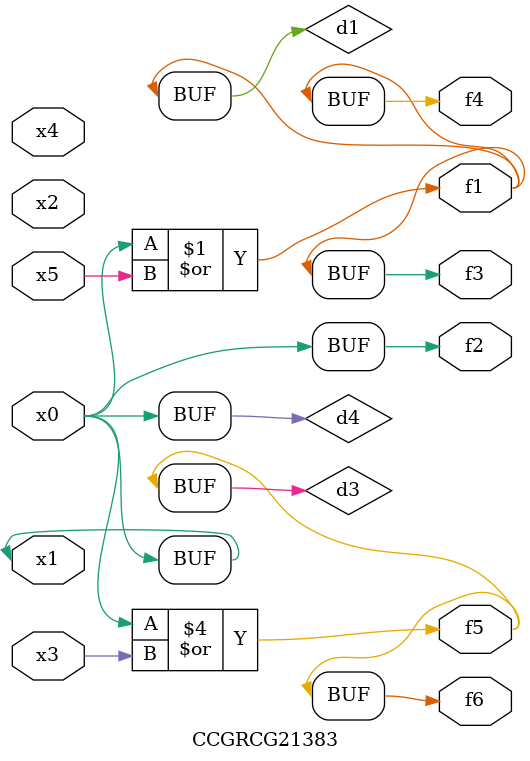
<source format=v>
module CCGRCG21383(
	input x0, x1, x2, x3, x4, x5,
	output f1, f2, f3, f4, f5, f6
);

	wire d1, d2, d3, d4;

	or (d1, x0, x5);
	xnor (d2, x1, x4);
	or (d3, x0, x3);
	buf (d4, x0, x1);
	assign f1 = d1;
	assign f2 = d4;
	assign f3 = d1;
	assign f4 = d1;
	assign f5 = d3;
	assign f6 = d3;
endmodule

</source>
